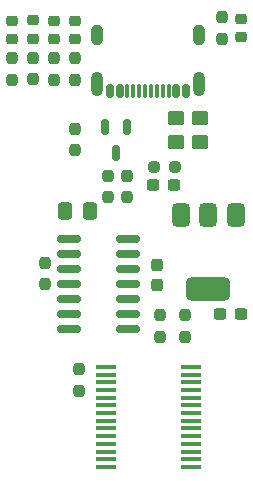
<source format=gbr>
%TF.GenerationSoftware,KiCad,Pcbnew,9.0.0*%
%TF.CreationDate,2025-03-26T16:15:19-03:00*%
%TF.ProjectId,IOExtender,494f4578-7465-46e6-9465-722e6b696361,1.1*%
%TF.SameCoordinates,Original*%
%TF.FileFunction,Paste,Top*%
%TF.FilePolarity,Positive*%
%FSLAX46Y46*%
G04 Gerber Fmt 4.6, Leading zero omitted, Abs format (unit mm)*
G04 Created by KiCad (PCBNEW 9.0.0) date 2025-03-26 16:15:19*
%MOMM*%
%LPD*%
G01*
G04 APERTURE LIST*
G04 Aperture macros list*
%AMRoundRect*
0 Rectangle with rounded corners*
0 $1 Rounding radius*
0 $2 $3 $4 $5 $6 $7 $8 $9 X,Y pos of 4 corners*
0 Add a 4 corners polygon primitive as box body*
4,1,4,$2,$3,$4,$5,$6,$7,$8,$9,$2,$3,0*
0 Add four circle primitives for the rounded corners*
1,1,$1+$1,$2,$3*
1,1,$1+$1,$4,$5*
1,1,$1+$1,$6,$7*
1,1,$1+$1,$8,$9*
0 Add four rect primitives between the rounded corners*
20,1,$1+$1,$2,$3,$4,$5,0*
20,1,$1+$1,$4,$5,$6,$7,0*
20,1,$1+$1,$6,$7,$8,$9,0*
20,1,$1+$1,$8,$9,$2,$3,0*%
G04 Aperture macros list end*
%ADD10R,1.750000X0.450000*%
%ADD11RoundRect,0.237500X-0.237500X0.250000X-0.237500X-0.250000X0.237500X-0.250000X0.237500X0.250000X0*%
%ADD12RoundRect,0.237500X0.237500X-0.250000X0.237500X0.250000X-0.237500X0.250000X-0.237500X-0.250000X0*%
%ADD13RoundRect,0.237500X0.300000X0.237500X-0.300000X0.237500X-0.300000X-0.237500X0.300000X-0.237500X0*%
%ADD14RoundRect,0.250000X0.450000X-0.350000X0.450000X0.350000X-0.450000X0.350000X-0.450000X-0.350000X0*%
%ADD15RoundRect,0.218750X-0.256250X0.218750X-0.256250X-0.218750X0.256250X-0.218750X0.256250X0.218750X0*%
%ADD16RoundRect,0.150000X0.150000X0.425000X-0.150000X0.425000X-0.150000X-0.425000X0.150000X-0.425000X0*%
%ADD17RoundRect,0.075000X0.075000X0.500000X-0.075000X0.500000X-0.075000X-0.500000X0.075000X-0.500000X0*%
%ADD18O,1.000000X2.100000*%
%ADD19O,1.000000X1.800000*%
%ADD20RoundRect,0.375000X-0.375000X0.625000X-0.375000X-0.625000X0.375000X-0.625000X0.375000X0.625000X0*%
%ADD21RoundRect,0.500000X-1.400000X0.500000X-1.400000X-0.500000X1.400000X-0.500000X1.400000X0.500000X0*%
%ADD22RoundRect,0.150000X-0.825000X-0.150000X0.825000X-0.150000X0.825000X0.150000X-0.825000X0.150000X0*%
%ADD23RoundRect,0.237500X-0.300000X-0.237500X0.300000X-0.237500X0.300000X0.237500X-0.300000X0.237500X0*%
%ADD24RoundRect,0.237500X0.250000X0.237500X-0.250000X0.237500X-0.250000X-0.237500X0.250000X-0.237500X0*%
%ADD25RoundRect,0.250000X-0.450000X0.350000X-0.450000X-0.350000X0.450000X-0.350000X0.450000X0.350000X0*%
%ADD26RoundRect,0.250000X0.337500X0.475000X-0.337500X0.475000X-0.337500X-0.475000X0.337500X-0.475000X0*%
%ADD27RoundRect,0.150000X-0.150000X0.512500X-0.150000X-0.512500X0.150000X-0.512500X0.150000X0.512500X0*%
%ADD28RoundRect,0.237500X-0.237500X0.300000X-0.237500X-0.300000X0.237500X-0.300000X0.237500X0.300000X0*%
G04 APERTURE END LIST*
D10*
%TO.C,U1*%
X129900000Y-120125000D03*
X129900000Y-119475000D03*
X129900000Y-118825000D03*
X129900000Y-118175000D03*
X129900000Y-117525000D03*
X129900000Y-116875000D03*
X129900000Y-116225000D03*
X129900000Y-115575000D03*
X129900000Y-114925000D03*
X129900000Y-114275000D03*
X129900000Y-113625000D03*
X129900000Y-112975000D03*
X129900000Y-112325000D03*
X129900000Y-111675000D03*
X122700000Y-111675000D03*
X122700000Y-112325000D03*
X122700000Y-112975000D03*
X122700000Y-113625000D03*
X122700000Y-114275000D03*
X122700000Y-114925000D03*
X122700000Y-115575000D03*
X122700000Y-116225000D03*
X122700000Y-116875000D03*
X122700000Y-117525000D03*
X122700000Y-118175000D03*
X122700000Y-118825000D03*
X122700000Y-119475000D03*
X122700000Y-120125000D03*
%TD*%
D11*
%TO.C,R9*%
X117537000Y-102849500D03*
X117537000Y-104674500D03*
%TD*%
%TO.C,R8*%
X132523000Y-82046900D03*
X132523000Y-83871900D03*
%TD*%
%TO.C,R11*%
X124522000Y-95483500D03*
X124522000Y-97308500D03*
%TD*%
D12*
%TO.C,R7*%
X120077000Y-87337000D03*
X120077000Y-85512000D03*
%TD*%
D13*
%TO.C,C2*%
X134147500Y-107191000D03*
X132422500Y-107191000D03*
%TD*%
D14*
%TO.C,L1*%
X130700000Y-92600000D03*
X130700000Y-90600000D03*
%TD*%
D15*
%TO.C,D6*%
X120077000Y-82337000D03*
X120077000Y-83912000D03*
%TD*%
D12*
%TO.C,R4*%
X114743000Y-87337000D03*
X114743000Y-85512000D03*
%TD*%
D15*
%TO.C,D1*%
X116521000Y-82330750D03*
X116521000Y-83905750D03*
%TD*%
D16*
%TO.C,C5*%
X129500000Y-88280000D03*
X128700000Y-88280000D03*
D17*
X127550000Y-88280000D03*
X126550000Y-88280000D03*
X126050000Y-88280000D03*
X125050000Y-88280000D03*
D16*
X123900000Y-88280000D03*
X123100000Y-88280000D03*
X123100000Y-88280000D03*
X123900000Y-88280000D03*
D17*
X124550000Y-88280000D03*
X125550000Y-88280000D03*
X127050000Y-88280000D03*
X128050000Y-88280000D03*
D16*
X128700000Y-88280000D03*
X129500000Y-88280000D03*
D18*
X130620000Y-87705000D03*
D19*
X130620000Y-83525000D03*
D18*
X121980000Y-87705000D03*
D19*
X121980000Y-83525000D03*
%TD*%
D12*
%TO.C,R3*%
X127300000Y-109119500D03*
X127300000Y-107294500D03*
%TD*%
%TO.C,R5*%
X116521000Y-87326300D03*
X116521000Y-85501300D03*
%TD*%
D15*
%TO.C,D5*%
X114743000Y-82337000D03*
X114743000Y-83912000D03*
%TD*%
%TO.C,D2*%
X118299000Y-82337000D03*
X118299000Y-83912000D03*
%TD*%
D20*
%TO.C,U3*%
X133705400Y-98757800D03*
X131405400Y-98757800D03*
D21*
X131405400Y-105057800D03*
D20*
X129105400Y-98757800D03*
%TD*%
D22*
%TO.C,U2*%
X119625000Y-100790000D03*
X119625000Y-102060000D03*
X119625000Y-103330000D03*
X119625000Y-104600000D03*
X119625000Y-105870000D03*
X119625000Y-107140000D03*
X119625000Y-108410000D03*
X124575000Y-108410000D03*
X124575000Y-107140000D03*
X124575000Y-105870000D03*
X124575000Y-104600000D03*
X124575000Y-103330000D03*
X124575000Y-102060000D03*
X124575000Y-100790000D03*
%TD*%
D12*
%TO.C,R2*%
X129400000Y-109119500D03*
X129400000Y-107294500D03*
%TD*%
D23*
%TO.C,C6*%
X126737500Y-96300000D03*
X128462500Y-96300000D03*
%TD*%
D24*
%TO.C,R12*%
X128609500Y-94745000D03*
X126784500Y-94745000D03*
%TD*%
D11*
%TO.C,R1*%
X122922000Y-95483500D03*
X122922000Y-97308500D03*
%TD*%
%TO.C,R10*%
X120458000Y-111866500D03*
X120458000Y-113691500D03*
%TD*%
D25*
%TO.C,L2*%
X128700000Y-90600000D03*
X128700000Y-92600000D03*
%TD*%
D15*
%TO.C,D7*%
X134123200Y-82171900D03*
X134123200Y-83746900D03*
%TD*%
D26*
%TO.C,C8*%
X121337500Y-98428000D03*
X119262500Y-98428000D03*
%TD*%
D27*
%TO.C,D4*%
X124522000Y-91316000D03*
X122622000Y-91316000D03*
X123572000Y-93591000D03*
%TD*%
D28*
%TO.C,C1*%
X127062000Y-103001100D03*
X127062000Y-104726100D03*
%TD*%
D12*
%TO.C,R6*%
X118299000Y-87337000D03*
X118299000Y-85512000D03*
%TD*%
D11*
%TO.C,R13*%
X120092000Y-91486500D03*
X120092000Y-93311500D03*
%TD*%
M02*

</source>
